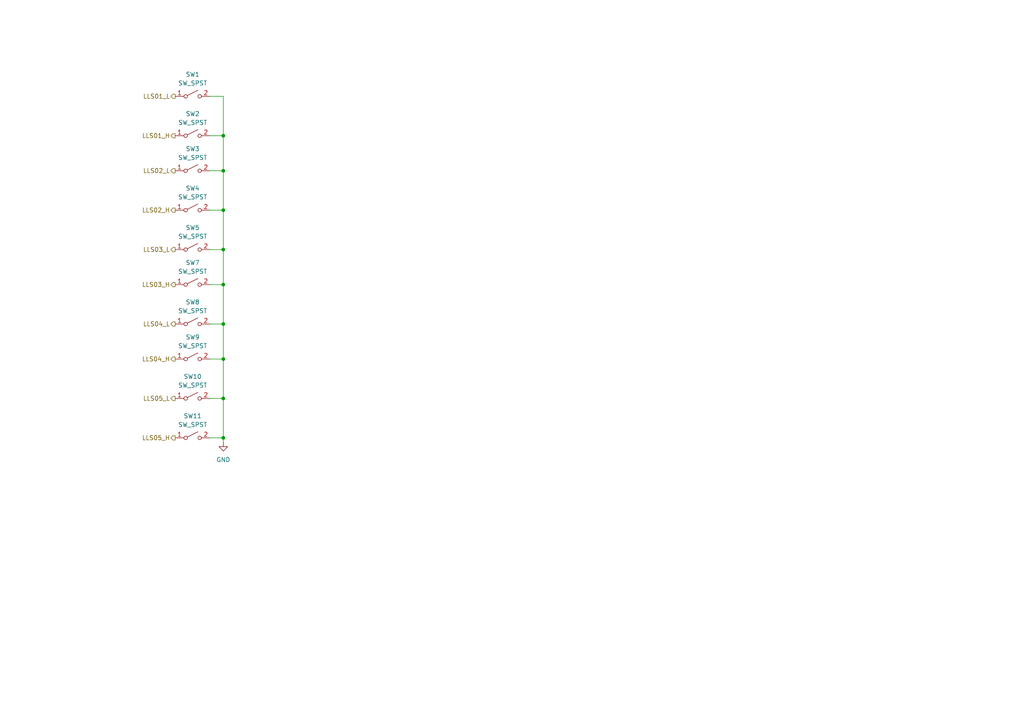
<source format=kicad_sch>
(kicad_sch (version 20231120) (generator "eeschema") (generator_version "8.0")
  (paper "A4")
  (lib_symbols
    (symbol "Switch:SW_SPST" (pin_names (offset 0) hide)
      (property "Reference" "SW" (at 0 3.175 0))
      (property "Value" "SW_SPST" (at 0 -2.54 0))
      (symbol "SW_SPST_0_0"
        (circle (center -2.032 0) (radius 0.508))
        (polyline (pts (xy -1.524 0.254) (xy 1.524 1.778)))
        (circle (center 2.032 0) (radius 0.508))
      )
      (symbol "SW_SPST_1_1"
        (pin passive line (at -5.08 0 0) (length 2.54) (name "A") (number "1"))
        (pin passive line (at 5.08 0 180) (length 2.54) (name "B") (number "2"))
      )
    )
    (symbol "power:GND" (power) (pin_numbers hide) (pin_names (offset 0) hide)
      (property "Value" "GND" (at 0 -3.81 0))
      (symbol "GND_0_1"
        (polyline (pts (xy 0 0) (xy 0 -1.27) (xy 1.27 -1.27) (xy 0 -2.54) (xy -1.27 -1.27) (xy 0 -1.27)))
      )
      (symbol "GND_1_1"
        (pin power_in line (at 0 0 270) (length 0) (name "~") (number "1"))
      )
    )
  )
  (junction (at 64.77 49.53))
  (junction (at 64.77 104.14))
  (junction (at 64.77 72.39))
  (junction (at 64.77 115.57))
  (junction (at 64.77 60.96))
  (junction (at 64.77 93.98))
  (junction (at 64.77 39.37))
  (junction (at 64.77 127))
  (junction (at 64.77 82.55))
  (wire (pts (xy 60.96 60.96) (xy 64.77 60.96)))
  (wire (pts (xy 64.77 93.98) (xy 64.77 104.14)))
  (wire (pts (xy 64.77 49.53) (xy 64.77 60.96)))
  (wire (pts (xy 64.77 60.96) (xy 64.77 72.39)))
  (wire (pts (xy 64.77 27.94) (xy 64.77 39.37)))
  (wire (pts (xy 60.96 104.14) (xy 64.77 104.14)))
  (wire (pts (xy 60.96 72.39) (xy 64.77 72.39)))
  (wire (pts (xy 64.77 115.57) (xy 64.77 127)))
  (wire (pts (xy 64.77 39.37) (xy 64.77 49.53)))
  (wire (pts (xy 64.77 82.55) (xy 64.77 93.98)))
  (wire (pts (xy 64.77 72.39) (xy 64.77 82.55)))
  (wire (pts (xy 60.96 115.57) (xy 64.77 115.57)))
  (wire (pts (xy 60.96 127) (xy 64.77 127)))
  (wire (pts (xy 64.77 104.14) (xy 64.77 115.57)))
  (wire (pts (xy 60.96 39.37) (xy 64.77 39.37)))
  (wire (pts (xy 60.96 49.53) (xy 64.77 49.53)))
  (wire (pts (xy 64.77 127) (xy 64.77 128.27)))
  (wire (pts (xy 60.96 27.94) (xy 64.77 27.94)))
  (wire (pts (xy 60.96 82.55) (xy 64.77 82.55)))
  (wire (pts (xy 60.96 93.98) (xy 64.77 93.98)))
  (hierarchical_label "LLS02_L" (shape output) (at 50.8 49.53 180))
  (hierarchical_label "LLS05_L" (shape output) (at 50.8 115.57 180))
  (hierarchical_label "LLS03_L" (shape output) (at 50.8 72.39 180))
  (hierarchical_label "LLS02_H" (shape output) (at 50.8 60.96 180))
  (hierarchical_label "LLS04_L" (shape output) (at 50.8 93.98 180))
  (hierarchical_label "LLS03_H" (shape output) (at 50.8 82.55 180))
  (hierarchical_label "LLS01_H" (shape output) (at 50.8 39.37 180))
  (hierarchical_label "LLS01_L" (shape output) (at 50.8 27.94 180))
  (hierarchical_label "LLS05_H" (shape output) (at 50.8 127 180))
  (hierarchical_label "LLS04_H" (shape output) (at 50.8 104.14 180))
  (symbol (lib_id "Switch:SW_SPST") (at 55.88 104.14 0) (unit 1)
    (property "Reference" "SW9" (at 55.88 97.79 0))
    (property "Value" "SW_SPST" (at 55.88 100.33 0))
    (property "Description" "Single Pole Single Throw (SPST) switch" (effects (hide yes)))
  )
  (symbol (lib_id "Switch:SW_SPST") (at 55.88 115.57 0) (unit 1)
    (property "Reference" "SW10" (at 55.88 109.22 0))
    (property "Value" "SW_SPST" (at 55.88 111.76 0))
    (property "Description" "Single Pole Single Throw (SPST) switch" (effects (hide yes)))
  )
  (symbol (lib_id "Switch:SW_SPST") (at 55.88 49.53 0) (unit 1)
    (property "Reference" "SW3" (at 55.88 43.18 0))
    (property "Value" "SW_SPST" (at 55.88 45.72 0))
    (property "Description" "Single Pole Single Throw (SPST) switch" (effects (hide yes)))
  )
  (symbol (lib_id "Switch:SW_SPST") (at 55.88 82.55 0) (unit 1)
    (property "Reference" "SW7" (at 55.88 76.2 0))
    (property "Value" "SW_SPST" (at 55.88 78.74 0))
    (property "Description" "Single Pole Single Throw (SPST) switch" (effects (hide yes)))
  )
  (symbol (lib_id "Switch:SW_SPST") (at 55.88 127 0) (unit 1)
    (property "Reference" "SW11" (at 55.88 120.65 0))
    (property "Value" "SW_SPST" (at 55.88 123.19 0))
    (property "Description" "Single Pole Single Throw (SPST) switch" (effects (hide yes)))
  )
  (symbol (lib_id "Switch:SW_SPST") (at 55.88 27.94 0) (unit 1)
    (property "Reference" "SW1" (at 55.88 21.59 0))
    (property "Value" "SW_SPST" (at 55.88 24.13 0))
    (property "Description" "Single Pole Single Throw (SPST) switch" (effects (hide yes)))
  )
  (symbol (lib_id "power:GND") (at 64.77 128.27 0) (unit 1)
    (property "Reference" "#PWR59" (effects (hide yes)))
    (property "Value" "GND" (at 64.77 133.35 0))
    (property "Description" "Power symbol creates a global label with name \"GND\" , ground" (effects (hide yes)))
  )
  (symbol (lib_id "Switch:SW_SPST") (at 55.88 39.37 0) (unit 1)
    (property "Reference" "SW2" (at 55.88 33.02 0))
    (property "Value" "SW_SPST" (at 55.88 35.56 0))
    (property "Description" "Single Pole Single Throw (SPST) switch" (effects (hide yes)))
  )
  (symbol (lib_id "Switch:SW_SPST") (at 55.88 72.39 0) (unit 1)
    (property "Reference" "SW5" (at 55.88 66.04 0))
    (property "Value" "SW_SPST" (at 55.88 68.58 0))
    (property "Description" "Single Pole Single Throw (SPST) switch" (effects (hide yes)))
  )
  (symbol (lib_id "Switch:SW_SPST") (at 55.88 93.98 0) (unit 1)
    (property "Reference" "SW8" (at 55.88 87.63 0))
    (property "Value" "SW_SPST" (at 55.88 90.17 0))
    (property "Description" "Single Pole Single Throw (SPST) switch" (effects (hide yes)))
  )
  (symbol (lib_id "Switch:SW_SPST") (at 55.88 60.96 0) (unit 1)
    (property "Reference" "SW4" (at 55.88 54.61 0))
    (property "Value" "SW_SPST" (at 55.88 57.15 0))
    (property "Description" "Single Pole Single Throw (SPST) switch" (effects (hide yes)))
  )
)
</source>
